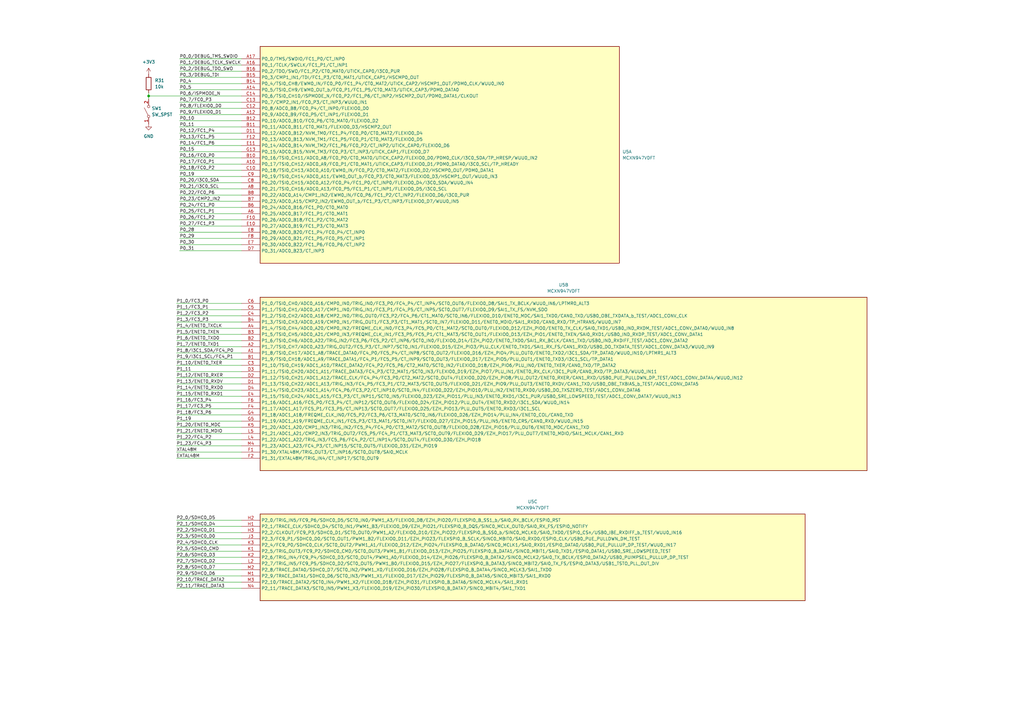
<source format=kicad_sch>
(kicad_sch (version 20231120) (generator "eeschema") (generator_version "8.0")
  (paper "A3")
  (title_block (title "MR-MCXN-T1 Sensor hub") (date "2025-01-17") (rev "X0") (company "NXP SEMICONDUCTORS B.V.") (comment 1 "CLASSIFICATION: INTERNAL USE ONLY") (comment 3 "DESIGNER: YOURI TILS") (comment 4 "CTO SYSTEM INNOVATIONS / MOBILE ROBOTICS DOMAIN"))
  (lib_symbols
    (symbol "Device:R" (pin_numbers hide) (pin_names (offset 0))
      (property "Reference" "R" (at 2.032 0 90))
      (property "Value" "R" (at 0 0 90))
      (symbol "R_0_1"
        (rectangle (start -1.016 -2.54) (end 1.016 2.54) (stroke (width 0.254)))
      )
      (symbol "R_1_1"
        (pin passive line (at 0 3.81 270) (length 1.27) (name "~") (number "1"))
        (pin passive line (at 0 -3.81 90) (length 1.27) (name "~") (number "2"))
      )
    )
    (symbol "MCXN:MCXN947VDFT"
      (property "Reference" "U" (at 1.27 3.81 0))
      (property "Value" "MCXN947VDFT" (at 7.62 1.27 0))
      (symbol "MCXN947VDFT_1_0"
        (rectangle (start 147.32 0) (end 0 -88.9) (stroke (width 0.254)) (fill (type background)))
        (pin passive line (at -7.62 -48.26 0) (length 7.62) (name "P0_17/TSI0_CH12/ADC0_A9/FC0_P1/CT0_MAT1/UTICK_CAP3/FLEXIO0_D1/PDM0_DATA0/I3C0_SCL/TP_HREADY") (number "A10"))
        (pin passive line (at -7.62 -27.94 0) (length 7.62) (name "P0_9/ADC0_B9/FC0_P5/CT_INP1/FLEXIO0_D1") (number "A12"))
        (pin passive line (at -7.62 -17.78 0) (length 7.62) (name "P0_5/TSI0_CH9/EWM0_OUT_b/FC0_P1/FC1_P5/CT0_MAT3/UTICK_CAP3/PDM0_DATA0") (number "A14"))
        (pin passive line (at -7.62 -7.62 0) (length 7.62) (name "P0_1/TCLK/SWCLK/FC1_P1/CT_INP1") (number "A16"))
        (pin passive line (at -7.62 -5.08 0) (length 7.62) (name "P0_0/TMS/SWDIO/FC1_P0/CT_INP0") (number "A17"))
        (pin passive line (at -7.62 -68.58 0) (length 7.62) (name "P0_25/ADC0_B17/FC1_P1/CT0_MAT1") (number "A6"))
        (pin passive line (at -7.62 -58.42 0) (length 7.62) (name "P0_21/TSI0_CH16/ADC0_A13/FC0_P5/FC1_P1/CT_INP1/FLEXIO0_D5/I3C0_SCL") (number "A8"))
        (pin passive line (at -7.62 -45.72 0) (length 7.62) (name "P0_16/TSI0_CH11/ADC0_A8/FC0_P0/CT0_MAT0/UTICK_CAP2/FLEXIO0_D0/PDM0_CLK/I3C0_SDA/TP_HRESP/WUU0_IN2") (number "B10"))
        (pin passive line (at -7.62 -33.02 0) (length 7.62) (name "P0_11/ADC0_B11/CT0_MAT1/FLEXIO0_D3/HSCMP2_OUT") (number "B11"))
        (pin passive line (at -7.62 -30.48 0) (length 7.62) (name "P0_10/ADC0_B10/FC0_P6/CT0_MAT0/FLEXIO0_D2") (number "B12"))
        (pin passive line (at -7.62 -15.24 0) (length 7.62) (name "P0_4/TSI0_CH8/EWM0_IN/FC0_P0/FC1_P4/CT0_MAT2/UTICK_CAP2/HSCMP1_OUT/PDM0_CLK/WUU0_IN0") (number "B14"))
        (pin passive line (at -7.62 -12.7 0) (length 7.62) (name "P0_3/CMP1_IN1/TDI/FC1_P3/CT0_MAT1/UTICK_CAP1/HSCMP0_OUT") (number "B15"))
        (pin passive line (at -7.62 -10.16 0) (length 7.62) (name "P0_2/TDO/SWO/FC1_P2/CT0_MAT0/UTICK_CAP0/I3C0_PUR") (number "B16"))
        (pin passive line (at -7.62 -66.04 0) (length 7.62) (name "P0_24/ADC0_B16/FC1_P0/CT0_MAT0") (number "B6"))
        (pin passive line (at -7.62 -63.5 0) (length 7.62) (name "P0_23/ADC0_A15/CMP2_IN2/EWM0_OUT_b/FC1_P3/CT_INP3/FLEXIO0_D7/WUU0_IN5") (number "B7"))
        (pin passive line (at -7.62 -60.96 0) (length 7.62) (name "P0_22/ADC0_A14/CMP1_IN2/EWM0_IN/FC0_P6/FC1_P2/CT_INP2/FLEXIO0_D6/I3C0_PUR") (number "B8"))
        (pin passive line (at -7.62 -50.8 0) (length 7.62) (name "P0_18/TSI0_CH13/ADC0_A10/EWM0_IN/FC0_P2/CT0_MAT2/FLEXIO0_D2/HSCMP0_OUT/PDM0_DATA1") (number "C10"))
        (pin passive line (at -7.62 -25.4 0) (length 7.62) (name "P0_8/ADC0_B8/FC0_P4/CT_INP0/FLEXIO0_D0") (number "C12"))
        (pin passive line (at -7.62 -22.86 0) (length 7.62) (name "P0_7/CMP2_IN1/FC0_P3/CT_INP3/WUU0_IN1") (number "C13"))
        (pin passive line (at -7.62 -20.32 0) (length 7.62) (name "P0_6/TSI0_CH10/ISPMODE_N/FC0_P2/FC1_P6/CT_INP2/HSCMP2_OUT/PDM0_DATA1/CLKOUT") (number "C14"))
        (pin passive line (at -7.62 -55.88 0) (length 7.62) (name "P0_20/TSI0_CH15/ADC0_A12/FC0_P4/FC1_P0/CT_INP0/FLEXIO0_D4/I3C0_SDA/WUU0_IN4") (number "C8"))
        (pin passive line (at -7.62 -53.34 0) (length 7.62) (name "P0_19/TSI0_CH14/ADC0_A11/EWM0_OUT_b/FC0_P3/CT0_MAT3/FLEXIO0_D3/HSCMP1_OUT/WUU0_IN3") (number "C9"))
        (pin passive line (at -7.62 -35.56 0) (length 7.62) (name "P0_12/ADC0_B12/NVM_TM0/FC1_P4/FC0_P0/CT0_MAT2/FLEXIO0_D4") (number "D11"))
        (pin passive line (at -7.62 -83.82 0) (length 7.62) (name "P0_31/ADC0_B23/CT_INP3") (number "D7"))
        (pin passive line (at -7.62 -73.66 0) (length 7.62) (name "P0_27/ADC0_B19/FC1_P3/CT0_MAT3") (number "E10"))
        (pin passive line (at -7.62 -40.64 0) (length 7.62) (name "P0_14/ADC0_B14/NVM_TM2/FC1_P6/FC0_P2/CT_INP2/UTICK_CAP0/FLEXIO0_D6") (number "E11"))
        (pin passive line (at -7.62 -81.28 0) (length 7.62) (name "P0_30/ADC0_B22/FC1_P6/FC0_P6/CT_INP2") (number "E7"))
        (pin passive line (at -7.62 -76.2 0) (length 7.62) (name "P0_28/ADC0_B20/FC1_P4/FC0_P4/CT_INP0") (number "E8"))
        (pin passive line (at -7.62 -71.12 0) (length 7.62) (name "P0_26/ADC0_B18/FC1_P2/CT0_MAT2") (number "F10"))
        (pin passive line (at -7.62 -38.1 0) (length 7.62) (name "P0_13/ADC0_B13/NVM_TM1/FC1_P5/FC0_P1/CT0_MAT3/FLEXIO0_D5") (number "F12"))
        (pin passive line (at -7.62 -78.74 0) (length 7.62) (name "P0_29/ADC0_B21/FC1_P5/FC0_P5/CT_INP1") (number "F8"))
        (pin passive line (at -7.62 -43.18 0) (length 7.62) (name "P0_15/ADC0_B15/NVM_TM3/FC0_P3/CT_INP3/UTICK_CAP1/FLEXIO0_D7") (number "G13"))
      )
      (symbol "MCXN947VDFT_2_0"
        (rectangle (start 248.92 0) (end 0 -71.12) (stroke (width 0.254)) (fill (type background)))
        (pin passive line (at -7.62 -22.86 0) (length 7.62) (name "P1_8/TSI0_CH17/ADC1_A8/TRACE_DATA0/FC4_P0/FC5_P4/CT_INP8/SCT0_OUT2/FLEXIO0_D16/EZH_PIO4/PLU_OUT0/ENET0_TXD2/I3C1_SDA/TP_DATA0/WUU0_IN10/LPTMR1_ALT3") (number "A1"))
        (pin passive line (at -7.62 -20.32 0) (length 7.62) (name "P1_7/TSI0_CH7/ADC0_A23/TRIG_OUT2/FC5_P3/CT_INP7/SCT0_IN1/FLEXIO0_D15/EZH_PIO3/PLU_CLK/ENET0_TXD1/SAI1_RX_FS/CAN1_RXD/USB0_DO_TXDATA_TEST/ADC1_CONV_DATA3/WUU0_IN9") (number "A2"))
        (pin passive line (at -7.62 -12.7 0) (length 7.62) (name "P1_4/TSI0_CH4/ADC0_A20/CMP0_IN2/FREQME_CLK_IN0/FC3_P4/FC5_P0/CT1_MAT2/SCT0_OUT0/FLEXIO0_D12/EZH_PIO0/ENET0_TX_CLK/SAI0_TXD1/USB0_IND_RXDM_TEST/ADC1_CONV_DATA0/WUU0_IN8") (number "A4"))
        (pin passive line (at -7.62 -25.4 0) (length 7.62) (name "P1_9/TSI0_CH18/ADC1_A9/TRACE_DATA1/FC4_P1/FC5_P5/CT_INP9/SCT0_OUT3/FLEXIO0_D17/EZH_PIO5/PLU_OUT1/ENET0_TXD3/I3C1_SCL/TP_DATA1") (number "B1"))
        (pin passive line (at -7.62 -17.78 0) (length 7.62) (name "P1_6/TSI0_CH6/ADC0_A22/TRIG_IN2/FC3_P6/FC5_P2/CT_INP6/SCT0_IN0/FLEXIO0_D14/EZH_PIO2/ENET0_TXD0/SAI1_RX_BCLK/CAN1_TXD/USB0_IND_RXDIFF_TEST/ADC1_CONV_DATA2") (number "B2"))
        (pin passive line (at -7.62 -15.24 0) (length 7.62) (name "P1_5/TSI0_CH5/ADC0_A21/CMP0_IN3/FREQME_CLK_IN1/FC3_P5/FC5_P1/CT1_MAT3/SCT0_OUT1/FLEXIO0_D13/EZH_PIO1/ENET0_TXEN/SAI0_RXD1/USB0_IND_RXDP_TEST/ADC1_CONV_DATA1") (number "B3"))
        (pin passive line (at -7.62 -10.16 0) (length 7.62) (name "P1_3/TSI0_CH3/ADC0_A19/CMP0_IN1/TRIG_OUT1/FC3_P3/CT1_MAT1/SCT0_IN7/FLEXIO0_D11/ENET0_MDIO/SAI1_RXD0/CAN0_RXD/TP_HTRANS/WUU0_IN7") (number "B4"))
        (pin passive line (at -7.62 -27.94 0) (length 7.62) (name "P1_10/TSI0_CH19/ADC1_A10/TRACE_DATA2/FC4_P2/FC5_P6/CT2_MAT0/SCT0_IN2/FLEXIO0_D18/EZH_PIO6/PLU_IN0/ENET0_TXER/CAN0_TXD/TP_DATA2") (number "C3"))
        (pin passive line (at -7.62 -7.62 0) (length 7.62) (name "P1_2/TSI0_CH2/ADC0_A18/CMP2_IN0/TRIG_OUT0/FC3_P2/FC4_P6/CT1_MAT0/SCT0_IN6/FLEXIO0_D10/ENET0_MDC/SAI1_TXD0/CAN0_TXD/USB0_OBE_TXDATA_b_TEST/ADC1_CONV_CLK") (number "C4"))
        (pin passive line (at -7.62 -5.08 0) (length 7.62) (name "P1_1/TSI0_CH1/ADC0_A17/CMP1_IN0/TRIG_IN1/FC3_P1/FC4_P5/CT_INP5/SCT0_OUT7/FLEXIO0_D9/SAI1_TX_FS/NVM_SDO") (number "C5"))
        (pin passive line (at -7.62 -2.54 0) (length 7.62) (name "P1_0/TSI0_CH0/ADC0_A16/CMP0_IN0/TRIG_IN0/FC3_P0/FC4_P4/CT_INP4/SCT0_OUT6/FLEXIO0_D8/SAI1_TX_BCLK/WUU0_IN6/LPTMR0_ALT3") (number "C6"))
        (pin passive line (at -7.62 -35.56 0) (length 7.62) (name "P1_13/TSI0_CH22/ADC1_A13/TRIG_IN3/FC4_P5/FC3_P1/CT2_MAT3/SCT0_OUT5/FLEXIO0_D21/EZH_PIO9/PLU_OUT3/ENET0_RXDV/CAN1_TXD/USB0_OBE_TXBIAS_b_TEST/ADC1_CONV_DATA5") (number "D1"))
        (pin passive line (at -7.62 -33.02 0) (length 7.62) (name "P1_12/TSI0_CH21/ADC1_A12/TRACE_CLK/FC4_P4/FC3_P0/CT2_MAT2/SCT0_OUT4/FLEXIO0_D20/EZH_PIO8/PLU_OUT2/ENET0_RXER/CAN1_RXD/USB0_PUE_PULLDWN_DP_TEST/ADC1_CONV_DATA4/WUU0_IN12") (number "D2"))
        (pin passive line (at -7.62 -30.48 0) (length 7.62) (name "P1_11/TSI0_CH20/ADC1_A11/TRACE_DATA3/FC4_P3/CT2_MAT1/SCT0_IN3/FLEXIO0_D19/EZH_PIO7/PLU_IN1/ENET0_RX_CLK/I3C1_PUR/CAN0_RXD/TP_DATA3/WUU0_IN11") (number "D3"))
        (pin passive line (at -7.62 -38.1 0) (length 7.62) (name "P1_14/TSI0_CH23/ADC1_A14/FC4_P6/FC3_P2/CT_INP10/SCT0_IN4/FLEXIO0_D22/EZH_PIO10/PLU_IN2/ENET0_RXD0/USB0_DO_TXSZERO_TEST/ADC1_CONV_DATA6") (number "D4"))
        (pin passive line (at -7.62 -40.64 0) (length 7.62) (name "P1_15/TSI0_CH24/ADC1_A15/FC3_P3/CT_INP11/SCT0_IN5/FLEXIO0_D23/EZH_PIO11/PLU_IN3/ENET0_RXD1/I3C1_PUR/USB0_SRE_LOWSPEED_TEST/ADC1_CONV_DATA7/WUU0_IN13") (number "E4"))
        (pin passive line (at -7.62 -63.5 0) (length 7.62) (name "P1_30/XTAL48M/TRIG_OUT3/CT_INP16/SCT0_OUT8/SAI0_MCLK") (number "F1"))
        (pin passive line (at -7.62 -66.04 0) (length 7.62) (name "P1_31/EXTAL48M/TRIG_IN4/CT_INP17/SCT0_OUT9") (number "F2"))
        (pin passive line (at -7.62 -45.72 0) (length 7.62) (name "P1_17/ADC1_A17/FC5_P1/FC3_P5/CT_INP13/SCT0_OUT7/FLEXIO0_D25/EZH_PIO13/PLU_OUT5/ENET0_RXD3/I3C1_SCL") (number "F4"))
        (pin passive line (at -7.62 -43.18 0) (length 7.62) (name "P1_16/ADC1_A16/FC5_P0/FC3_P4/CT_INP12/SCT0_OUT6/FLEXIO0_D24/EZH_PIO12/PLU_OUT4/ENET0_RXD2/I3C1_SDA/WUU0_IN14") (number "F6"))
        (pin passive line (at -7.62 -48.26 0) (length 7.62) (name "P1_18/ADC1_A18/FREQME_CLK_IN0/FC5_P2/FC3_P6/CT3_MAT0/SCT0_IN6/FLEXIO0_D26/EZH_PIO14/PLU_IN4/ENET0_COL/CAN0_TXD") (number "G4"))
        (pin passive line (at -7.62 -50.8 0) (length 7.62) (name "P1_19/ADC1_A19/FREQME_CLK_IN1/FC5_P3/CT3_MAT1/SCT0_IN7/FLEXIO0_D27/EZH_PIO15/PLU_IN5/ENET0_CRS/CAN0_RXD/WUU0_IN15") (number "G5"))
        (pin passive line (at -7.62 -53.34 0) (length 7.62) (name "P1_20/ADC1_A20/CMP1_IN3/TRIG_IN2/FC5_P4/FC4_P0/CT3_MAT2/SCT0_OUT8/FLEXIO0_D28/EZH_PIO16/PLU_OUT6/ENET0_MDC/CAN1_TXD") (number "K5"))
        (pin passive line (at -7.62 -58.42 0) (length 7.62) (name "P1_22/ADC1_A22/TRIG_IN3/FC5_P6/FC4_P2/CT_INP14/SCT0_OUT4/FLEXIO0_D30/EZH_PIO18") (number "L4"))
        (pin passive line (at -7.62 -55.88 0) (length 7.62) (name "P1_21/ADC1_A21/CMP2_IN3/TRIG_OUT2/FC5_P5/FC4_P1/CT3_MAT3/SCT0_OUT9/FLEXIO0_D29/EZH_PIO17/PLU_OUT7/ENET0_MDIO/SAI1_MCLK/CAN1_RXD") (number "L5"))
        (pin passive line (at -7.62 -60.96 0) (length 7.62) (name "P1_23/ADC1_A23/FC4_P3/CT_INP15/SCT0_OUT5/FLEXIO0_D31/EZH_PIO19") (number "M4"))
      )
      (symbol "MCXN947VDFT_3_0"
        (rectangle (start 223.52 0) (end 0 -35.56) (stroke (width 0.254)) (fill (type background)))
        (pin passive line (at -7.62 -5.08 0) (length 7.62) (name "P2_1/TRACE_CLK/SDHC0_D4/SCT0_IN1/PWM1_B3/FLEXIO0_D9/EZH_PIO21/FLEXSPI0_B_DQS/SINC0_MCLK_OUT0/SAI0_RX_FS/ESPI0_NOTIFY") (number "H1"))
        (pin passive line (at -7.62 -2.54 0) (length 7.62) (name "P2_0/TRIG_IN5/FC9_P6/SDHC0_D5/SCT0_IN0/PWM1_A3/FLEXIO0_D8/EZH_PIO20/FLEXSPI0_B_SS1_b/SAI0_RX_BCLK/ESPI0_RST") (number "H2"))
        (pin passive line (at -7.62 -7.62 0) (length 7.62) (name "P2_2/CLKOUT/FC9_P3/SDHC0_D1/SCT0_OUT0/PWM1_A2/FLEXIO0_D10/EZH_PIO22/FLEXSPI0_B_SS0_b/SINC0_MCLK0/SAI0_TXD0/ESPI0_CSn/USB0_IBE_RXDIFF_b_TEST/WUU0_IN16") (number "H3"))
        (pin passive line (at -7.62 -10.16 0) (length 7.62) (name "P2_3/FC9_P1/SDHC0_D0/SCT0_OUT1/PWM1_B2/FLEXIO0_D11/EZH_PIO23/FLEXSPI0_B_SCLK/SINC0_MBIT0/SAI0_RXD0/ESPI0_CLK/USB0_PUE_PULLDWN_DM_TEST") (number "J3"))
        (pin passive line (at -7.62 -15.24 0) (length 7.62) (name "P2_5/TRIG_OUT3/FC9_P2/SDHC0_CMD/SCT0_OUT3/PWM1_B1/FLEXIO0_D13/EZH_PIO25/FLEXSPI0_B_DATA1/SINC0_MBIT1/SAI0_TXD1/ESPI0_DATA1/USB0_SRE_LOWSPEED_TEST") (number "K1"))
        (pin passive line (at -7.62 -17.78 0) (length 7.62) (name "P2_6/TRIG_IN4/FC9_P4/SDHC0_D3/SCT0_OUT4/PWM1_A0/FLEXIO0_D14/EZH_PIO26/FLEXSPI0_B_DATA2/SINC0_MCLK2/SAI0_TX_BCLK/ESPI0_DATA2/USB0_PUIMPSEL_PULLUP_DP_TEST") (number "K2"))
        (pin passive line (at -7.62 -12.7 0) (length 7.62) (name "P2_4/FC9_P0/SDHC0_CLK/SCT0_OUT2/PWM1_A1/FLEXIO0_D12/EZH_PIO24/FLEXSPI0_B_DATA0/SINC0_MCLK1/SAI0_RXD1/ESPI0_DATA0/USB0_PUE_PULLUP_DP_TEST/WUU0_IN17") (number "K3"))
        (pin passive line (at -7.62 -20.32 0) (length 7.62) (name "P2_7/TRIG_IN5/FC9_P5/SDHC0_D2/SCT0_OUT5/PWM1_B0/FLEXIO0_D15/EZH_PIO27/FLEXSPI0_B_DATA3/SINC0_MBIT2/SAI0_TX_FS/ESPI0_DATA3/USB1_TSTO_PLL_OUT_DIV") (number "L2"))
        (pin passive line (at -7.62 -25.4 0) (length 7.62) (name "P2_9/TRACE_DATA1/SDHC0_D6/SCT0_IN3/PWM1_X1/FLEXIO0_D17/EZH_PIO29/FLEXSPI0_B_DATA5/SINC0_MBIT3/SAI1_RXD0") (number "M1"))
        (pin passive line (at -7.62 -22.86 0) (length 7.62) (name "P2_8/TRACE_DATA0/SDHC0_D7/SCT0_IN2/PWM1_X0/FLEXIO0_D16/EZH_PIO28/FLEXSPI0_B_DATA4/SINC0_MCLK3/SAI1_TXD0") (number "M2"))
        (pin passive line (at -7.62 -27.94 0) (length 7.62) (name "P2_10/TRACE_DATA2/SCT0_IN4/PWM1_X2/FLEXIO0_D18/EZH_PIO31/FLEXSPI0_B_DATA6/SINC0_MCLK4/SAI1_RXD1") (number "M3"))
        (pin passive line (at -7.62 -30.48 0) (length 7.62) (name "P2_11/TRACE_DATA3/SCT0_IN5/PWM1_X3/FLEXIO0_D19/EZH_PIO30/FLEXSPI0_B_DATA7/SINC0_MBIT4/SAI1_TXD1") (number "N4"))
      )
      (symbol "MCXN947VDFT_4_0"
        (rectangle (start 226.06 0) (end 0 -66.04) (stroke (width 0.254)) (fill (type background)))
        (pin passive line (at -7.62 -2.54 0) (length 7.62) (name "P3_0/TRIG_IN0/FC7_P3/CT_INP16/PWM0_A0/FLEXIO0_D8/EZH_PIO0/FLEXSPI0_A_SS0_b/PF_QSPI_CS0_DIS/TP_HWRITE/WUU0_IN22") (number "B17"))
        (pin passive line (at -7.62 -5.08 0) (length 7.62) (name "P3_1/TRIG_IN1/FC6_P0/FC7_P6/CT_INP17/PWM0_B0/FLEXIO0_D9/EZH_PIO1/FLEXSPI0_A_SS1_b/PF_QSPI_CS1_DIS/FREQME_CLK_OUT0") (number "C15"))
        (pin passive line (at -7.62 -20.32 0) (length 7.62) (name "P3_7/FC6_P6/FC7_P1/CT4_MAT3/PWM0_B1/FLEXIO0_D15/EZH_PIO7/FLEXSPI0_A_SCLK/SIM0_VCCEN/SAI0_MCLK/PF_QSPI_SCKIN/TP_LOAD_EN") (number "D14"))
        (pin passive line (at -7.62 -7.62 0) (length 7.62) (name "P3_2/FC7_P0/CT4_MAT0/PWM0_X0/FLEXIO0_D10/EZH_PIO2/SIM1_PD") (number "D15"))
        (pin passive line (at -7.62 -10.16 0) (length 7.62) (name "P3_3/FC7_P1/CT4_MAT1/PWM0_X1/FLEXIO0_D11/EZH_PIO3/SIM1_RST") (number "D16"))
        (pin passive line (at -7.62 -17.78 0) (length 7.62) (name "P3_6/CLKOUT/FC6_P1/CT4_MAT2/PWM0_A1/FLEXIO0_D14/EZH_PIO6/FLEXSPI0_A_DQS/SIM1_VCCEN/SAI1_MCLK/PF_QSPI_CS_n/FREQME_CLK_OUT1/ADC0_CONV_CLK") (number "D17"))
        (pin passive line (at -7.62 -22.86 0) (length 7.62) (name "P3_8/FC6_P4/FC7_P0/CT_INP4/PWM0_A2/FLEXIO0_D16/EZH_PIO8/FLEXSPI0_A_DATA0/SIM0_PD/SAI0_TX_BCLK/PF_QSPI_DATA0/TP_ADDR0/WUU0_IN23") (number "E14"))
        (pin passive line (at -7.62 -12.7 0) (length 7.62) (name "P3_4/FC7_P2/CT_INP18/PWM0_X2/FLEXIO0_D12/EZH_PIO4/SIM1_CLK") (number "F14"))
        (pin passive line (at -7.62 -25.4 0) (length 7.62) (name "P3_9/FC6_P5/FC7_P2/CT_INP5/PWM0_B2/FLEXIO0_D17/EZH_PIO9/FLEXSPI0_A_DATA1/SIM0_RST/SAI0_TX_FS/PF_QSPI_DATA1/TP_ADDR1") (number "F15"))
        (pin passive line (at -7.62 -30.48 0) (length 7.62) (name "P3_11/FC6_P3/FC7_P5/CT1_MAT1/PWM0_B3/FLEXIO0_D19/EZH_PIO11/FLEXSPI0_A_DATA3/SIM0_IO/SAI0_RXD0/PF_QSPI_DATA3/USB1_TSTI_TX_LS_EN/TP_ADDR3/WUU0_IN24") (number "F16"))
        (pin passive line (at -7.62 -27.94 0) (length 7.62) (name "P3_10/FC6_P2/FC7_P4/CT1_MAT0/PWM0_A3/FLEXIO0_D18/EZH_PIO10/FLEXSPI0_A_DATA2/SIM0_CLK/SAI0_TXD0/PF_QSPI_DATA2/USB1_TSTI_TX_HS_MODE/TP_ADDR2") (number "F17"))
        (pin passive line (at -7.62 -15.24 0) (length 7.62) (name "P3_5/FC7_P3/CT_INP19/PWM0_X3/FLEXIO0_D13/EZH_PIO5/SIM1_IO") (number "G14"))
        (pin passive line (at -7.62 -33.02 0) (length 7.62) (name "P3_12/FC7_P4/FC6_P4/CT1_MAT2/PWM1_A0/FLEXIO0_D20/EZH_PIO12/FLEXSPI0_A_DATA4/SAI0_RXD1/USB1_TSTI_TX_ENAB/ADC0_CONV_DATA0") (number "G16"))
        (pin passive line (at -7.62 -40.64 0) (length 7.62) (name "P3_15/FC8_P1/CT_INP7/PWM1_B1/FLEXIO0_D23/EZH_PIO15/FLEXSPI0_A_DATA7/SAI0_RX_FS/PF_SPI_SCKIN/USB1_TSTI_TX_DN/ADC0_CONV_DATA3") (number "H15"))
        (pin passive line (at -7.62 -35.56 0) (length 7.62) (name "P3_13/FC7_P5/FC6_P5/CT1_MAT3/PWM1_B0/FLEXIO0_D21/EZH_PIO13/FLEXSPI0_A_DATA5/SAI0_TXD1/PF_SPI_CS0_n/USB1_TSTI_TX_HIZ/ADC0_CONV_DATA1") (number "H16"))
        (pin passive line (at -7.62 -38.1 0) (length 7.62) (name "P3_14/FC8_P0/CT_INP6/PWM1_A1/FLEXIO0_D22/EZH_PIO14/FLEXSPI0_A_DATA6/SAI0_RX_BCLK/PF_SPI_DATA/USB1_TSTI_TX_DP/ADC0_CONV_DATA2/WUU0_IN25") (number "H17"))
        (pin passive line (at -7.62 -43.18 0) (length 7.62) (name "P3_16/FC8_P2/CT_INP8/PWM1_A2/FLEXIO0_D24/EZH_PIO16/SIM0_CLK/SAI1_TX_BCLK/USB1_TSTO_RX_FS_RXD/ADC0_CONV_DATA4") (number "J15"))
        (pin passive line (at -7.62 -45.72 0) (length 7.62) (name "P3_17/FC8_P3/CT_INP9/PWM1_B2/FLEXIO0_D25/EZH_PIO17/SIM0_IO/SAI1_TX_FS/USB1_TSTO_RX_HS_RXD/ADC0_CONV_DATA5/WUU0_IN26") (number "K15"))
        (pin passive line (at -7.62 -48.26 0) (length 7.62) (name "P3_18/FC6_P6/CT2_MAT0/PWM1_X0/FLEXIO0_D26/EZH_PIO18/SAI1_RX_BCLK") (number "K16"))
        (pin passive line (at -7.62 -50.8 0) (length 7.62) (name "P3_19/FC7_P6/CT2_MAT1/PWM1_X1/FLEXIO0_D27/EZH_PIO19/SAI1_RX_FS") (number "K17"))
        (pin passive line (at -7.62 -55.88 0) (length 7.62) (name "P3_21/TRIG_OUT1/FC8_P5/FC6_P1/CT2_MAT3/PWM1_B3/FLEXIO0_D29/EZH_PIO21/SIM0_RST/SAI1_RXD0/PF_SPI_CS1_DIS_n/USB1_TSTO_RX_SQUELCH/ADC0_CONV_DATA7") (number "L16"))
        (pin passive line (at -7.62 -60.96 0) (length 7.62) (name "P3_23/FC6_P3/CT_INP11/PWM1_X3/FLEXIO0_D31/EZH_PIO23/SAI1_TXD1") (number "M15"))
        (pin passive line (at -7.62 -58.42 0) (length 7.62) (name "P3_22/FC8_P6/FC6_P2/CT_INP10/PWM1_X2/FLEXIO0_D30/EZH_PIO22/SIM0_VCCEN/SAI1_RXD1") (number "M16"))
        (pin passive line (at -7.62 -53.34 0) (length 7.62) (name "P3_20/TRIG_OUT0/FC8_P4/FC6_P0/CT2_MAT2/PWM1_A3/FLEXIO0_D28/EZH_PIO20/SIM0_PD/SAI1_TXD0/PF_SPI_CS0_DIS_n/USB1_TSTO_RX_DISCON_DET/ADC0_CONV_DATA6/WUU0_IN27") (number "M17"))
      )
      (symbol "MCXN947VDFT_5_0"
        (rectangle (start 198.12 0) (end 0 -55.88) (stroke (width 0.254)) (fill (type background)))
        (pin passive line (at -7.62 -12.7 0) (length 7.62) (name "P4_4/FC2_P4/CT_INP14/EZH_PIO28/PLU_IN4/SINC0_MCLK4") (number "M6"))
        (pin passive line (at -7.62 -15.24 0) (length 7.62) (name "P4_5/FC2_P5/CT_INP15/EZH_PIO29/PLU_IN5/SINC0_MBIT4") (number "M8"))
        (pin passive line (at -7.62 -38.1 0) (length 7.62) (name "P4_18/CT3_MAT2/FLEXIO0_D26/PLU_OUT6") (number "N10"))
        (pin passive line (at -7.62 -17.78 0) (length 7.62) (name "P4_6/TRIG_OUT4/FC2_P6/CT_INP18/EZH_PIO30/PLU_CLK") (number "N7"))
        (pin passive line (at -7.62 -27.94 0) (length 7.62) (name "P4_14/CT4_MAT2/FLEXIO0_D22/PLU_OUT2") (number "N8"))
        (pin passive line (at -7.62 -2.54 0) (length 7.62) (name "P4_0/TRIG_IN6/FC2_P0/CT_INP16/EZH_PIO24/PLU_IN0/SINC0_MCLK3/WUU0_IN18") (number "P1"))
        (pin passive line (at -7.62 -5.08 0) (length 7.62) (name "P4_1/TRIG_IN7/FC2_P1/CT_INP17/EZH_PIO25/PLU_IN1") (number "P2"))
        (pin passive line (at -7.62 -40.64 0) (length 7.62) (name "P4_19/OPAMP1_OUT/ADC0_B1/CMP1_IN4P/TRIG_OUT5/CT3_MAT3/FLEXIO0_D27/PLU_OUT7/SINC0_MCLK_OUT1") (number "R10"))
        (pin passive line (at -7.62 -33.02 0) (length 7.62) (name "P4_16/OPAMP1_INP0/ADC0_A6/FC2_P2/USB1_OTG_PWR/CT3_MAT0/FLEXIO0_D24/PLU_OUT4/SINC0_MCLK1/CAN1_TXD") (number "R8"))
        (pin passive line (at -7.62 -35.56 0) (length 7.62) (name "P4_17/OPAMP1_INP1/ADC0_B6/TRIG_IN9/FC2_P3/USB1_OTG_OC/CT3_MAT1/FLEXIO0_D25/PLU_OUT5/SINC0_MBIT1") (number "R9"))
        (pin passive line (at -7.62 -7.62 0) (length 7.62) (name "P4_2/DAC0_OUT/ADC0_A4/ADC1_A4/CMP0_IN4N/CMP1_IN4N/CMP2_IN4N/TRIG_IN6/FC2_P2/CT_INP12/EZH_PIO26/PLU_IN2/SINC0_MBIT3") (number "T1"))
        (pin passive line (at -7.62 -43.18 0) (length 7.62) (name "P4_20/OPAMP2_INP0/ADC1_A6/TRIG_IN8/FC2_P4/CT2_MAT0/FLEXIO0_D28/SINC0_MCLK2") (number "T10"))
        (pin passive line (at -7.62 -45.72 0) (length 7.62) (name "P4_21/OPAMP2_INP1/ADC1_B6/TRIG_IN9/FC2_P5/CT2_MAT1/FLEXIO0_D29/SINC0_MBIT2") (number "T11"))
        (pin passive line (at -7.62 -48.26 0) (length 7.62) (name "P4_22/CT2_MAT2/FLEXIO0_D30") (number "T12"))
        (pin passive line (at -7.62 -20.32 0) (length 7.62) (name "P4_7/CT_INP19/EZH_PIO31") (number "T4"))
        (pin passive line (at -7.62 -22.86 0) (length 7.62) (name "P4_12/OPAMP0_INP0/ADC0_A5/ADC1_A5/USB0_VBUS_DET/FC2_P0/CT4_MAT0/FLEXIO0_D20/PLU_OUT0/SINC0_MCLK0/CAN0_RXD/MTR_START_BURNIN/WUU0_IN20") (number "T6"))
        (pin passive line (at -7.62 -25.4 0) (length 7.62) (name "P4_13/OPAMP0_INP1/ADC0_B5/ADC1_B5/TRIG_IN8/FC2_P1/USB1_ID/CT4_MAT1/FLEXIO0_D21/PLU_OUT1/SINC0_MBIT0/CAN0_TXD") (number "T7"))
        (pin passive line (at -7.62 -30.48 0) (length 7.62) (name "P4_15/OPAMP0_OUT/ADC0_A1/CMP0_IN4P/TRIG_OUT4/USB1_VBUS_DIG/CT4_MAT3/FLEXIO0_D23/PLU_OUT3/SINC0_MCLK_OUT0/CAN1_RXD/WUU0_IN21") (number "T8"))
        (pin passive line (at -7.62 -10.16 0) (length 7.62) (name "P4_3/DAC1_OUT/ADC0_B4/ADC1_B4/CMP0_IN5N/CMP1_IN5N/CMP2_IN5N/TRIG_IN7/FC2_P3/CT_INP13/EZH_PIO27/PLU_IN3/WUU0_IN19") (number "U1"))
        (pin passive line (at -7.62 -50.8 0) (length 7.62) (name "P4_23/OPAMP2_OUT/ADC0_A2/ADC0_B2/ADC1_B3/CMP2_IN4P/TRIG_OUT5/FC2_P6/CT2_MAT3/FLEXIO0_D31/SINC0_MCLK_OUT2") (number "U12"))
      )
      (symbol "MCXN947VDFT_6_0"
        (rectangle (start 73.66 0) (end 0 -33.02) (stroke (width 0.254)) (fill (type background)))
        (pin passive line (at -7.62 -17.78 0) (length 7.62) (name "P5_5/ADC1_B13/TRIG_IN10/LPTMR0_ALT2/TAMPER3") (number "K12"))
        (pin passive line (at -7.62 -20.32 0) (length 7.62) (name "P5_6/ADC1_B14/TRIG_OUT6/LPTMR1_ALT2/TAMPER4") (number "K13"))
        (pin passive line (at -7.62 -22.86 0) (length 7.62) (name "P5_7/ADC1_B15/TRIG_IN11/TAMPER5") (number "L13"))
        (pin passive line (at -7.62 -25.4 0) (length 7.62) (name "P5_8/ADC1_B16/TRIG_OUT7/TAMPER6") (number "L14"))
        (pin passive line (at -7.62 -10.16 0) (length 7.62) (name "P5_2/ADC1_B10/VBAT_WAKEUP_b/SPC_LPREQ/TAMPER0") (number "M10"))
        (pin passive line (at -7.62 -15.24 0) (length 7.62) (name "P5_4/ADC1_B12/TRIG_OUT7/SPC_LPREQ/TAMPER2") (number "M12"))
        (pin passive line (at -7.62 -27.94 0) (length 7.62) (name "P5_9/ADC1_B17/TAMPER7") (number "M14"))
        (pin passive line (at -7.62 -12.7 0) (length 7.62) (name "P5_3/ADC1_B11/TRIG_IN11/RTC_CLKOUT/TAMPER1") (number "N11"))
        (pin passive line (at -7.62 -5.08 0) (length 7.62) (name "P5_0/EXTAL32K/ADC1_B8/TRIG_IN10/LPTMR0_ALT2") (number "U16"))
        (pin passive line (at -7.62 -7.62 0) (length 7.62) (name "P5_1/XTAL32K/ADC1_B9/TRIG_OUT6/LPTMR1_ALT2") (number "U17"))
      )
      (symbol "MCXN947VDFT_7_0"
        (rectangle (start 66.04 0) (end 0 -43.18) (stroke (width 0.254)) (fill (type background)))
        (pin passive line (at -7.62 -2.54 0) (length 7.62) (name "RESET_b") (number "F3"))
        (pin passive line (at -7.62 -22.86 0) (length 7.62) (name "USB1_ID") (number "P11"))
        (pin passive line (at 73.66 -2.54 180) (length 7.62) (name "ANA_0/ADC0_A0") (number "P3"))
        (pin passive line (at -7.62 -17.78 0) (length 7.62) (name "USB1_DP") (number "R13"))
        (pin passive line (at -7.62 -15.24 0) (length 7.62) (name "USB1_DM") (number "R14"))
        (pin passive line (at 73.66 -5.08 180) (length 7.62) (name "ANA_1/ADC0_B0") (number "R3"))
        (pin passive line (at -7.62 -7.62 0) (length 7.62) (name "USB0_DM/WUU0_IN28") (number "T14"))
        (pin passive line (at -7.62 -10.16 0) (length 7.62) (name "USB0_DP/WUU0_IN29") (number "T15"))
        (pin passive line (at 73.66 -10.16 180) (length 7.62) (name "ANA_4/ADC1_A0") (number "T2"))
        (pin passive line (at 73.66 -12.7 180) (length 7.62) (name "ANA_5/ADC1_B0") (number "T3"))
        (pin passive line (at 73.66 -38.1 180) (length 7.62) (name "ANA_22/OPAMP2_INN") (number "U10"))
        (pin passive line (at -7.62 -27.94 0) (length 7.62) (name "USB1_VBUS") (number "U14"))
        (pin passive line (at 73.66 -17.78 180) (length 7.62) (name "ANA_6/DAC2_OUT/ADC0_A3/ADC1_A3") (number "U2"))
        (pin passive line (at 73.66 -27.94 180) (length 7.62) (name "ANA_14/OPAMP0_INN") (number "U6"))
        (pin passive line (at 73.66 -33.02 180) (length 7.62) (name "ANA_18/OPAMP1_INN") (number "U8"))
      )
      (symbol "MCXN947VDFT_8_0"
        (rectangle (start 60.96 0) (end 0 -129.54) (stroke (width 0.254)) (fill (type background)))
        (pin passive line (at 68.58 -7.62 180) (length 7.62) (name "VSS_3") (number "D12"))
        (pin passive line (at 68.58 -2.54 180) (length 7.62) (name "VSS_1") (number "D6"))
        (pin passive line (at 68.58 -5.08 180) (length 7.62) (name "VSS_2") (number "D9"))
        (pin passive line (at 68.58 -12.7 180) (length 7.62) (name "VSS_5") (number "E13"))
        (pin passive line (at 68.58 -10.16 180) (length 7.62) (name "VSS_4") (number "E5"))
        (pin passive line (at -7.62 -20.32 0) (length 7.62) (name "VDD_P3_1") (number "G11"))
        (pin passive line (at 68.58 -15.24 180) (length 7.62) (name "VSS_6") (number "G2"))
        (pin passive line (at -7.62 -2.54 0) (length 7.62) (name "VDD_1") (number "G7"))
        (pin passive line (at -7.62 -22.86 0) (length 7.62) (name "VDD_P3_2") (number "H10"))
        (pin passive line (at -7.62 -25.4 0) (length 7.62) (name "VDD_P3_3") (number "H12"))
        (pin passive line (at 68.58 -22.86 180) (length 7.62) (name "VSS_9") (number "H13"))
        (pin passive line (at 68.58 -17.78 180) (length 7.62) (name "VSS_7") (number "H5"))
        (pin passive line (at -7.62 -5.08 0) (length 7.62) (name "VDD_2") (number "H6"))
        (pin passive line (at -7.62 -7.62 0) (length 7.62) (name "VDD_3") (number "H8"))
        (pin passive line (at 68.58 -20.32 180) (length 7.62) (name "VSS_8") (number "H9"))
        (pin passive line (at 68.58 -30.48 180) (length 7.62) (name "VSS_12") (number "J10"))
        (pin passive line (at 68.58 -33.02 180) (length 7.62) (name "VSS_13") (number "J14"))
        (pin passive line (at 68.58 -25.4 180) (length 7.62) (name "VSS_10") (number "J4"))
        (pin passive line (at 68.58 -27.94 180) (length 7.62) (name "VSS_11") (number "J8"))
        (pin passive line (at -7.62 -119.38 0) (length 7.62) (name "VDD_CORE_1") (number "K10"))
        (pin passive line (at -7.62 -114.3 0) (length 7.62) (name "VDD_LDO_CORE") (number "K6"))
        (pin passive line (at -7.62 -12.7 0) (length 7.62) (name "VDD_P2_1") (number "K8"))
        (pin passive line (at 68.58 -35.56 180) (length 7.62) (name "VSS_14") (number "K9"))
        (pin passive line (at -7.62 -121.92 0) (length 7.62) (name "VDD_CORE_2") (number "L11"))
        (pin passive line (at -7.62 -15.24 0) (length 7.62) (name "VDD_P2_2") (number "L7"))
        (pin passive line (at 68.58 -38.1 180) (length 7.62) (name "VSS_15") (number "N13"))
        (pin passive line (at -7.62 -81.28 0) (length 7.62) (name "VDD_SYS/VOUT_SYS") (number "N14"))
        (pin passive line (at -7.62 -30.48 0) (length 7.62) (name "VDD_P4_1") (number "N5"))
        (pin passive line (at 68.58 -40.64 180) (length 7.62) (name "VSS_16") (number "P12"))
        (pin passive line (at 68.58 -43.18 180) (length 7.62) (name "VSS_17") (number "P14"))
        (pin passive line (at -7.62 -76.2 0) (length 7.62) (name "VDD_LDO_SYS") (number "P15"))
        (pin passive line (at 68.58 -60.96 180) (length 7.62) (name "VSS_DCDC") (number "P16"))
        (pin passive line (at -7.62 -99.06 0) (length 7.62) (name "DCDC_LX/DCDC_LX") (number "P17"))
        (pin passive line (at -7.62 -33.02 0) (length 7.62) (name "VDD_P4_2") (number "P4"))
        (pin passive line (at 68.58 -50.8 180) (length 7.62) (name "VSS_P4_1") (number "P6"))
        (pin passive line (at 68.58 -53.34 180) (length 7.62) (name "VSS_P4_2") (number "P7"))
        (pin passive line (at 68.58 -55.88 180) (length 7.62) (name "VSS_P4_3") (number "P9"))
        (pin passive line (at -7.62 -38.1 0) (length 7.62) (name "VDD_USB") (number "R12"))
        (pin passive line (at -7.62 -91.44 0) (length 7.62) (name "VDD_DCDC") (number "R15"))
        (pin passive line (at -7.62 -48.26 0) (length 7.62) (name "VDD_ANA") (number "R4"))
        (pin passive line (at -7.62 -53.34 0) (length 7.62) (name "VREFH") (number "R5"))
        (pin passive line (at -7.62 -58.42 0) (length 7.62) (name "VREFL") (number "R6"))
        (pin passive line (at 68.58 -45.72 180) (length 7.62) (name "VSS_18") (number "T16"))
        (pin passive line (at -7.62 -43.18 0) (length 7.62) (name "VDD_BAT") (number "T17"))
        (pin passive line (at -7.62 -66.04 0) (length 7.62) (name "ANA_7/VREFI/VREFO/ADC0_A7/ADC1_A7") (number "U4"))
      )
    )
    (symbol "Switch:SW_SPST" (pin_names (offset 0) hide)
      (property "Reference" "SW" (at 0 3.175 0))
      (property "Value" "SW_SPST" (at 0 -2.54 0))
      (symbol "SW_SPST_0_0"
        (circle (center -2.032 0) (radius 0.508))
        (polyline (pts (xy -1.524 0.254) (xy 1.524 1.778)))
        (circle (center 2.032 0) (radius 0.508))
      )
      (symbol "SW_SPST_1_1"
        (pin passive line (at -5.08 0 0) (length 2.54) (name "A") (number "1"))
        (pin passive line (at 5.08 0 180) (length 2.54) (name "B") (number "2"))
      )
    )
    (symbol "power:+3V3" (power) (pin_numbers hide) (pin_names (offset 0) hide)
      (property "Value" "+3V3" (at 0 3.556 0))
      (symbol "+3V3_0_1"
        (polyline (pts (xy -0.762 1.27) (xy 0 2.54)))
        (polyline (pts (xy 0 0) (xy 0 2.54)))
        (polyline (pts (xy 0 2.54) (xy 0.762 1.27)))
      )
      (symbol "+3V3_1_1"
        (pin power_in line (at 0 0 90) (length 0) (name "~") (number "1"))
      )
    )
    (symbol "power:GND" (power) (pin_numbers hide) (pin_names (offset 0) hide)
      (property "Value" "GND" (at 0 -3.81 0))
      (symbol "GND_0_1"
        (polyline (pts (xy 0 0) (xy 0 -1.27) (xy 1.27 -1.27) (xy 0 -2.54) (xy -1.27 -1.27) (xy 0 -1.27)))
      )
      (symbol "GND_1_1"
        (pin power_in line (at 0 0 270) (length 0) (name "~") (number "1"))
      )
    )
  )
  (junction (at 60.96 39.37))
  (wire (pts (xy 72.39 144.78) (xy 99.06 144.78)))
  (wire (pts (xy 73.66 67.31) (xy 99.06 67.31)))
  (wire (pts (xy 72.39 218.44) (xy 99.06 218.44)))
  (wire (pts (xy 73.66 90.17) (xy 99.06 90.17)))
  (wire (pts (xy 73.66 87.63) (xy 99.06 87.63)))
  (wire (pts (xy 60.96 39.37) (xy 60.96 40.64)))
  (wire (pts (xy 72.39 137.16) (xy 99.06 137.16)))
  (wire (pts (xy 73.66 46.99) (xy 99.06 46.99)))
  (wire (pts (xy 73.66 44.45) (xy 99.06 44.45)))
  (wire (pts (xy 60.96 38.1) (xy 60.96 39.37)))
  (wire (pts (xy 72.39 220.98) (xy 99.06 220.98)))
  (wire (pts (xy 72.39 160.02) (xy 99.06 160.02)))
  (wire (pts (xy 73.66 26.67) (xy 99.06 26.67)))
  (wire (pts (xy 72.39 124.46) (xy 99.06 124.46)))
  (wire (pts (xy 72.39 157.48) (xy 99.06 157.48)))
  (wire (pts (xy 73.66 72.39) (xy 99.06 72.39)))
  (wire (pts (xy 72.39 167.64) (xy 99.06 167.64)))
  (wire (pts (xy 73.66 74.93) (xy 99.06 74.93)))
  (wire (pts (xy 73.66 49.53) (xy 99.06 49.53)))
  (wire (pts (xy 72.39 132.08) (xy 99.06 132.08)))
  (wire (pts (xy 73.66 85.09) (xy 99.06 85.09)))
  (wire (pts (xy 72.39 165.1) (xy 99.06 165.1)))
  (wire (pts (xy 72.39 236.22) (xy 99.06 236.22)))
  (wire (pts (xy 72.39 172.72) (xy 99.06 172.72)))
  (wire (pts (xy 72.39 215.9) (xy 99.06 215.9)))
  (wire (pts (xy 73.66 52.07) (xy 99.06 52.07)))
  (wire (pts (xy 73.66 29.21) (xy 99.06 29.21)))
  (wire (pts (xy 73.66 34.29) (xy 99.06 34.29)))
  (wire (pts (xy 72.39 180.34) (xy 99.06 180.34)))
  (wire (pts (xy 72.39 231.14) (xy 99.06 231.14)))
  (wire (pts (xy 72.39 228.6) (xy 99.06 228.6)))
  (wire (pts (xy 73.66 77.47) (xy 99.06 77.47)))
  (wire (pts (xy 73.66 54.61) (xy 99.06 54.61)))
  (wire (pts (xy 60.96 39.37) (xy 99.06 39.37)))
  (wire (pts (xy 72.39 187.96) (xy 99.06 187.96)))
  (wire (pts (xy 73.66 31.75) (xy 99.06 31.75)))
  (wire (pts (xy 72.39 170.18) (xy 99.06 170.18)))
  (wire (pts (xy 73.66 64.77) (xy 99.06 64.77)))
  (wire (pts (xy 73.66 69.85) (xy 99.06 69.85)))
  (wire (pts (xy 73.66 95.25) (xy 99.06 95.25)))
  (wire (pts (xy 72.39 223.52) (xy 99.06 223.52)))
  (wire (pts (xy 72.39 238.76) (xy 99.06 238.76)))
  (wire (pts (xy 72.39 213.36) (xy 99.06 213.36)))
  (wire (pts (xy 73.66 97.79) (xy 99.06 97.79)))
  (wire (pts (xy 72.39 127) (xy 99.06 127)))
  (wire (pts (xy 72.39 241.3) (xy 99.06 241.3)))
  (wire (pts (xy 72.39 134.62) (xy 99.06 134.62)))
  (wire (pts (xy 73.66 59.69) (xy 99.06 59.69)))
  (wire (pts (xy 72.39 154.94) (xy 99.06 154.94)))
  (wire (pts (xy 72.39 142.24) (xy 99.06 142.24)))
  (wire (pts (xy 72.39 185.42) (xy 99.06 185.42)))
  (wire (pts (xy 73.66 57.15) (xy 99.06 57.15)))
  (wire (pts (xy 72.39 177.8) (xy 99.06 177.8)))
  (wire (pts (xy 73.66 36.83) (xy 99.06 36.83)))
  (wire (pts (xy 73.66 102.87) (xy 99.06 102.87)))
  (wire (pts (xy 73.66 92.71) (xy 99.06 92.71)))
  (wire (pts (xy 72.39 162.56) (xy 99.06 162.56)))
  (wire (pts (xy 73.66 62.23) (xy 99.06 62.23)))
  (wire (pts (xy 72.39 129.54) (xy 99.06 129.54)))
  (wire (pts (xy 72.39 175.26) (xy 99.06 175.26)))
  (wire (pts (xy 73.66 100.33) (xy 99.06 100.33)))
  (wire (pts (xy 72.39 233.68) (xy 99.06 233.68)))
  (wire (pts (xy 72.39 226.06) (xy 99.06 226.06)))
  (wire (pts (xy 73.66 41.91) (xy 99.06 41.91)))
  (wire (pts (xy 72.39 139.7) (xy 99.06 139.7)))
  (wire (pts (xy 72.39 149.86) (xy 99.06 149.86)))
  (wire (pts (xy 72.39 152.4) (xy 99.06 152.4)))
  (wire (pts (xy 73.66 24.13) (xy 99.06 24.13)))
  (wire (pts (xy 72.39 147.32) (xy 99.06 147.32)))
  (wire (pts (xy 73.66 80.01) (xy 99.06 80.01)))
  (wire (pts (xy 72.39 182.88) (xy 99.06 182.88)))
  (wire (pts (xy 73.66 82.55) (xy 99.06 82.55)))
  (label "P1_11" (at 72.39 152.4 0))
  (label "P1_15{slash}ENET0_RXD1" (at 72.39 162.56 0))
  (label "P0_10" (at 73.66 49.53 0))
  (label "XTAL48M" (at 72.39 185.42 0))
  (label "P1_9{slash}I3C1_SCL{slash}FC4_P1" (at 72.39 147.32 0))
  (label "P1_5{slash}ENET0_TXEN" (at 72.39 137.16 0))
  (label "P2_5{slash}SDHC0_CMD" (at 72.39 226.06 0))
  (label "P1_21{slash}ENET0_MDIO" (at 72.39 177.8 0))
  (label "P2_0{slash}SDHC0_D5" (at 72.39 213.36 0))
  (label "P1_12{slash}ENET0_RXER" (at 72.39 154.94 0))
  (label "P1_7{slash}ENET0_TXD1" (at 72.39 142.24 0))
  (label "P0_13{slash}FC1_P5" (at 73.66 57.15 0))
  (label "P2_1{slash}SDHC0_D4" (at 72.39 215.9 0))
  (label "P1_6{slash}ENET0_TXD0" (at 72.39 139.7 0))
  (label "P1_18{slash}FC3_P6" (at 72.39 170.18 0))
  (label "P0_21{slash}I3C0_SCL" (at 73.66 77.47 0))
  (label "P0_6{slash}ISPMODE_N" (at 73.66 39.37 0))
  (label "P0_12{slash}FC1_P4" (at 73.66 54.61 0))
  (label "P1_8{slash}I3C1_SDA{slash}FC4_P0" (at 72.39 144.78 0))
  (label "EXTAL48M" (at 72.39 187.96 0))
  (label "P0_22{slash}FC0_P6" (at 73.66 80.01 0))
  (label "P0_20{slash}I3C0_SDA" (at 73.66 74.93 0))
  (label "P1_13{slash}ENET0_RXDV" (at 72.39 157.48 0))
  (label "P1_23{slash}FC4_P3" (at 72.39 182.88 0))
  (label "P0_11" (at 73.66 52.07 0))
  (label "P1_14{slash}ENET0_RXD0" (at 72.39 160.02 0))
  (label "P2_7{slash}SDHC0_D2" (at 72.39 231.14 0))
  (label "P2_11{slash}TRACE_DATA3" (at 72.39 241.3 0))
  (label "P0_25{slash}FC1_P1" (at 73.66 87.63 0))
  (label "P0_29" (at 73.66 97.79 0))
  (label "P1_0{slash}FC3_P0" (at 72.39 124.46 0))
  (label "P1_17{slash}FC3_P5" (at 72.39 167.64 0))
  (label "P0_8{slash}FLEXIO0_D0" (at 73.66 44.45 0))
  (label "P0_1{slash}DEBUG_TCLK_SWCLK" (at 73.66 26.67 0))
  (label "P1_20{slash}ENET0_MDC" (at 72.39 175.26 0))
  (label "P0_17{slash}FC0_P1" (at 73.66 67.31 0))
  (label "P0_4" (at 73.66 34.29 0))
  (label "P2_2{slash}SDHC0_D1" (at 72.39 218.44 0))
  (label "P0_5" (at 73.66 36.83 0))
  (label "P1_3{slash}FC3_P3" (at 72.39 132.08 0))
  (label "P0_31" (at 73.66 102.87 0))
  (label "P1_1{slash}FC3_P1" (at 72.39 127 0))
  (label "P0_26{slash}FC1_P2" (at 73.66 90.17 0))
  (label "P0_7{slash}FC0_P3" (at 73.66 41.91 0))
  (label "P2_9{slash}SDHC0_D6" (at 72.39 236.22 0))
  (label "P0_2{slash}DEBUG_TDO_SWO" (at 73.66 29.21 0))
  (label "P0_28" (at 73.66 95.25 0))
  (label "P0_14{slash}FC1_P6" (at 73.66 59.69 0))
  (label "P1_10{slash}ENET0_TXER" (at 72.39 149.86 0))
  (label "P1_22{slash}FC4_P2" (at 72.39 180.34 0))
  (label "P0_18{slash}FC0_P2" (at 73.66 69.85 0))
  (label "P1_2{slash}FC3_P2" (at 72.39 129.54 0))
  (label "P1_19" (at 72.39 172.72 0))
  (label "P2_8{slash}SDHC0_D7" (at 72.39 233.68 0))
  (label "P0_9{slash}FLEXIO0_D1" (at 73.66 46.99 0))
  (label "P0_30" (at 73.66 100.33 0))
  (label "P2_3{slash}SDHC0_D0" (at 72.39 220.98 0))
  (label "P2_10{slash}TRACE_DATA2" (at 72.39 238.76 0))
  (label "P0_15" (at 73.66 62.23 0))
  (label "P0_3{slash}DEBUG_TDI" (at 73.66 31.75 0))
  (label "P0_16{slash}FC0_P0" (at 73.66 64.77 0))
  (label "P0_24{slash}FC1_P0" (at 73.66 85.09 0))
  (label "P0_23{slash}CMP2_IN2" (at 73.66 82.55 0))
  (label "P1_4{slash}ENET0_TXCLK" (at 72.39 134.62 0))
  (label "P2_6{slash}SDHC0_D3" (at 72.39 228.6 0))
  (label "P0_0{slash}DEBUG_TMS_SWDIO" (at 73.66 24.13 0))
  (label "P1_16{slash}FC3_P4" (at 72.39 165.1 0))
  (label "P0_27{slash}FC1_P3" (at 73.66 92.71 0))
  (label "P2_4{slash}SDHC0_CLK" (at 72.39 223.52 0))
  (label "P0_19" (at 73.66 72.39 0))
  (symbol (lib_id "MCXN:MCXN947VDFT") (at 106.68 19.05 0) (unit 1)
    (property "Reference" "U5" (at 255.27 62.2299 0) (effects (justify left)))
    (property "Value" "MCXN947VDFT" (at 255.27 64.7699 0) (effects (justify left)))
    (property "Footprint" "NXP_BGA:BGA184_0P5_9X9_SM" (effects (hide yes)))
    (property "Description" "IC MCX N94 150MHZ DUAL CORE NPU" (effects (hide yes)))
    (property "MF" "NXP USA Inc." (effects (hide yes)))
    (property "MFPN" "MCXN947VDFT" (effects (hide yes)))
    (property "Supplier" "DigiKey" (effects (hide yes)))
    (property "Supplier PN" "568-MCXN947VDFT-ND" (effects (hide yes)))
  )
  (symbol (lib_id "power:+3V3") (at 60.96 30.48 0) (unit 1)
    (property "Reference" "#PWR0191" (effects (hide yes)))
    (property "Value" "+3V3" (at 60.96 25.4 0))
    (property "Description" "Power symbol creates a global label with name \"+3V3\"" (effects (hide yes)))
  )
  (symbol (lib_id "MCXN:MCXN947VDFT") (at 106.68 121.92 0) (unit 2)
    (property "Reference" "U5" (at 231.14 116.84 0))
    (property "Value" "MCXN947VDFT" (at 231.14 119.38 0))
    (property "Footprint" "NXP_BGA:BGA184_0P5_9X9_SM" (effects (hide yes)))
    (property "Description" "IC MCX N94 150MHZ DUAL CORE NPU" (effects (hide yes)))
    (property "MF" "NXP USA Inc." (effects (hide yes)))
    (property "MFPN" "MCXN947VDFT" (effects (hide yes)))
    (property "Supplier" "DigiKey" (effects (hide yes)))
    (property "Supplier PN" "568-MCXN947VDFT-ND" (effects (hide yes)))
  )
  (symbol (lib_id "power:GND") (at 60.96 50.8 0) (unit 1)
    (property "Reference" "#PWR0192" (effects (hide yes)))
    (property "Value" "GND" (at 60.96 55.88 0))
    (property "Description" "Power symbol creates a global label with name \"GND\" , ground" (effects (hide yes)))
  )
  (symbol (lib_id "Device:R") (at 60.96 34.29 0) (unit 1)
    (property "Reference" "R31" (at 63.5 33.0199 0) (effects (justify left)))
    (property "Value" "10k" (at 63.5 35.5599 0) (effects (justify left)))
    (property "Footprint" "Resistor_SMD:R_0402_1005Metric" (effects (hide yes)))
    (property "Description" "Resistor" (effects (hide yes)))
    (property "Supplier" "JLCPCB" (effects (hide yes)))
    (property "MF" "UNI-ROYAL(Uniroyal Elec)" (effects (hide yes)))
    (property "MFPN" "0402WGF1002TCE" (effects (hide yes)))
    (property "Supplier PN" "C25744" (effects (hide yes)))
  )
  (symbol (lib_id "Switch:SW_SPST") (at 60.96 45.72 90) (unit 1)
    (property "Reference" "SW1" (at 62.23 44.4499 90) (effects (justify right)))
    (property "Value" "SW_SPST" (at 62.23 46.9899 90) (effects (justify right)))
    (property "Footprint" "Switches:TS2306A" (effects (hide yes)))
    (property "Description" "Single Pole Single Throw (SPST) switch" (effects (hide yes)))
    (property "MF" "SHOU HAN" (effects (hide yes)))
    (property "MFPN" "TS2306A 200gf 002" (effects (hide yes)))
    (property "Supplier" "JLCPCB" (effects (hide yes)))
    (property "Supplier PN" "C5363482" (effects (hide yes)))
  )
  (symbol (lib_id "MCXN:MCXN947VDFT") (at 106.68 210.82 0) (unit 3)
    (property "Reference" "U5" (at 218.44 205.74 0))
    (property "Value" "MCXN947VDFT" (at 218.44 208.28 0))
    (property "Footprint" "NXP_BGA:BGA184_0P5_9X9_SM" (effects (hide yes)))
    (property "Description" "IC MCX N94 150MHZ DUAL CORE NPU" (effects (hide yes)))
    (property "MF" "NXP USA Inc." (effects (hide yes)))
    (property "MFPN" "MCXN947VDFT" (effects (hide yes)))
    (property "Supplier" "DigiKey" (effects (hide yes)))
    (property "Supplier PN" "568-MCXN947VDFT-ND" (effects (hide yes)))
  )
)
</source>
